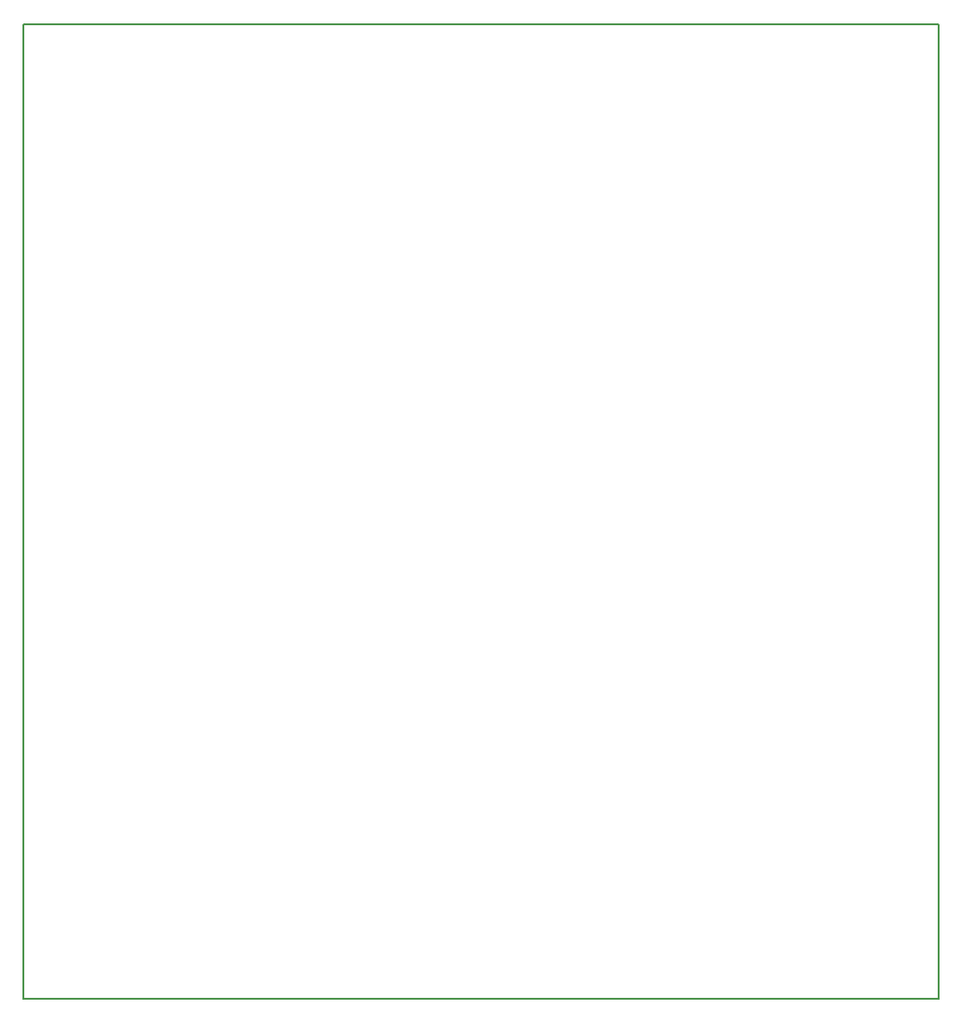
<source format=gbr>
%TF.GenerationSoftware,KiCad,Pcbnew,7.0.8*%
%TF.CreationDate,2023-10-09T21:05:16-03:00*%
%TF.ProjectId,PlacaTeste_Sillion,506c6163-6154-4657-9374-655f53696c6c,r1.0*%
%TF.SameCoordinates,Original*%
%TF.FileFunction,Profile,NP*%
%FSLAX46Y46*%
G04 Gerber Fmt 4.6, Leading zero omitted, Abs format (unit mm)*
G04 Created by KiCad (PCBNEW 7.0.8) date 2023-10-09 21:05:16*
%MOMM*%
%LPD*%
G01*
G04 APERTURE LIST*
%TA.AperFunction,Profile*%
%ADD10C,0.150000*%
%TD*%
G04 APERTURE END LIST*
D10*
X69469000Y-34417000D02*
X152400000Y-34417000D01*
X152400000Y-122682000D01*
X69469000Y-122682000D01*
X69469000Y-34417000D01*
M02*

</source>
